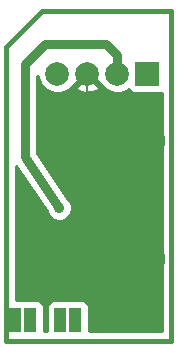
<source format=gbl>
G04 (created by PCBNEW-RS274X (2012-apr-16-27)-stable) date Thu 17 Apr 2014 14:15:56 BST*
G01*
G70*
G90*
%MOIN*%
G04 Gerber Fmt 3.4, Leading zero omitted, Abs format*
%FSLAX34Y34*%
G04 APERTURE LIST*
%ADD10C,0.020000*%
%ADD11C,0.015000*%
%ADD12R,0.039400X0.078700*%
%ADD13R,0.078700X0.078700*%
%ADD14C,0.078700*%
%ADD15C,0.035000*%
%ADD16C,0.196900*%
%ADD17C,0.031500*%
%ADD18C,0.008000*%
%ADD19C,0.010000*%
G04 APERTURE END LIST*
G54D10*
G54D11*
X00409Y00220D02*
X05909Y00220D01*
X00409Y10020D02*
X00409Y00220D01*
X01609Y11220D02*
X05909Y11220D01*
X00409Y10020D02*
X01609Y11220D01*
X05909Y10420D02*
X05909Y11220D01*
X05906Y00197D02*
X05906Y10433D01*
G54D12*
X02709Y00920D03*
X02209Y00920D03*
X01209Y00920D03*
X00709Y00920D03*
G54D13*
X05109Y09120D03*
G54D14*
X04109Y09120D03*
X03109Y09120D03*
X02109Y09120D03*
G54D15*
X02166Y04646D03*
X02737Y04685D03*
G54D16*
X04725Y06890D03*
X04725Y02953D03*
G54D17*
X01024Y06339D02*
X01024Y09449D01*
X02166Y04646D02*
X01024Y06339D01*
X04109Y09750D02*
X04109Y09120D01*
X01024Y09449D02*
X01693Y10118D01*
X03741Y10118D02*
X04109Y09750D01*
X01693Y10118D02*
X03741Y10118D01*
G54D18*
X02737Y04685D02*
X04469Y02953D01*
X04075Y07540D02*
X03819Y07540D01*
X03819Y07540D02*
X03109Y08250D01*
X03109Y08250D02*
X03109Y09120D01*
X04725Y06890D02*
X04075Y07540D01*
X04469Y02953D02*
X04725Y02953D01*
G54D10*
G36*
X05581Y00545D02*
X03482Y00545D01*
X03482Y08676D01*
X03109Y09049D01*
X02736Y08676D01*
X02773Y08572D01*
X03009Y08485D01*
X03259Y08495D01*
X03445Y08572D01*
X03482Y08676D01*
X03482Y00545D01*
X03155Y00545D01*
X03155Y00576D01*
X03155Y01362D01*
X03117Y01454D01*
X03047Y01524D01*
X02956Y01562D01*
X02857Y01562D01*
X02463Y01562D01*
X02459Y01561D01*
X02456Y01562D01*
X02357Y01562D01*
X01963Y01562D01*
X01871Y01524D01*
X01801Y01454D01*
X01763Y01363D01*
X01763Y01264D01*
X01763Y00545D01*
X01655Y00545D01*
X01655Y00576D01*
X01655Y01362D01*
X01617Y01454D01*
X01547Y01524D01*
X01456Y01562D01*
X01357Y01562D01*
X00963Y01562D01*
X00959Y01561D01*
X00956Y01562D01*
X00857Y01562D01*
X00734Y01562D01*
X00734Y06042D01*
X01755Y04527D01*
X01805Y04406D01*
X01925Y04286D01*
X02081Y04221D01*
X02250Y04221D01*
X02406Y04285D01*
X02526Y04405D01*
X02591Y04561D01*
X02591Y04730D01*
X02527Y04886D01*
X02428Y04985D01*
X01431Y06464D01*
X01431Y09052D01*
X01466Y09052D01*
X01466Y08993D01*
X01564Y08757D01*
X01744Y08576D01*
X01980Y08477D01*
X02236Y08477D01*
X02472Y08575D01*
X02650Y08753D01*
X02665Y08747D01*
X02981Y09064D01*
X03234Y09066D01*
X03553Y08747D01*
X03568Y08753D01*
X03744Y08576D01*
X03980Y08477D01*
X04236Y08477D01*
X04472Y08575D01*
X04498Y08602D01*
X04505Y08586D01*
X04575Y08516D01*
X04666Y08478D01*
X04765Y08478D01*
X05551Y08478D01*
X05581Y08491D01*
X05581Y00545D01*
X05581Y00545D01*
G37*
G54D19*
X05581Y00545D02*
X03482Y00545D01*
X03482Y08676D01*
X03109Y09049D01*
X02736Y08676D01*
X02773Y08572D01*
X03009Y08485D01*
X03259Y08495D01*
X03445Y08572D01*
X03482Y08676D01*
X03482Y00545D01*
X03155Y00545D01*
X03155Y00576D01*
X03155Y01362D01*
X03117Y01454D01*
X03047Y01524D01*
X02956Y01562D01*
X02857Y01562D01*
X02463Y01562D01*
X02459Y01561D01*
X02456Y01562D01*
X02357Y01562D01*
X01963Y01562D01*
X01871Y01524D01*
X01801Y01454D01*
X01763Y01363D01*
X01763Y01264D01*
X01763Y00545D01*
X01655Y00545D01*
X01655Y00576D01*
X01655Y01362D01*
X01617Y01454D01*
X01547Y01524D01*
X01456Y01562D01*
X01357Y01562D01*
X00963Y01562D01*
X00959Y01561D01*
X00956Y01562D01*
X00857Y01562D01*
X00734Y01562D01*
X00734Y06042D01*
X01755Y04527D01*
X01805Y04406D01*
X01925Y04286D01*
X02081Y04221D01*
X02250Y04221D01*
X02406Y04285D01*
X02526Y04405D01*
X02591Y04561D01*
X02591Y04730D01*
X02527Y04886D01*
X02428Y04985D01*
X01431Y06464D01*
X01431Y09052D01*
X01466Y09052D01*
X01466Y08993D01*
X01564Y08757D01*
X01744Y08576D01*
X01980Y08477D01*
X02236Y08477D01*
X02472Y08575D01*
X02650Y08753D01*
X02665Y08747D01*
X02981Y09064D01*
X03234Y09066D01*
X03553Y08747D01*
X03568Y08753D01*
X03744Y08576D01*
X03980Y08477D01*
X04236Y08477D01*
X04472Y08575D01*
X04498Y08602D01*
X04505Y08586D01*
X04575Y08516D01*
X04666Y08478D01*
X04765Y08478D01*
X05551Y08478D01*
X05581Y08491D01*
X05581Y00545D01*
M02*

</source>
